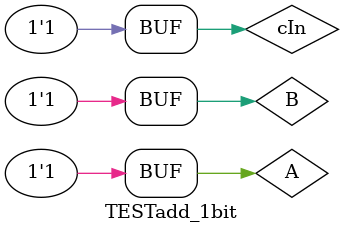
<source format=v>

`define AND and #20
`define OR or #20
`define NOT not #10
`define XOR xor #20

module add_1bit(out,cOut,A,B,cIn);
  input A,B,cIn;
  output out,cOut;
  wire AxorB,AandB,andCarry;
  
  `XOR AxorBgate(AxorB,A,B);
  `XOR xorCarrygate(out,AxorB,cIn);
  `AND AandBgate(AandB,A,B);
  `AND andCarrygate(andCarry,cIn,AxorB);
  `OR cOutgate(cOut,andCarry,AandB);
endmodule

module TESTadd_1bit;
  reg A,B,cIn;
  wire out,cOut;
  
  //test 1 bit adder
  initial  // Stimulus 
  begin
    A=1;B=1;cIn=0;
    #150 A=0; 
    #150 cIn=1;
    #150 A=1; 
  end
  add_1bit UUT (out,cOut,A,B,cIn); 
  initial  // Response 
    $monitor($time,out,cOut,A,B,cIn);
endmodule


</source>
